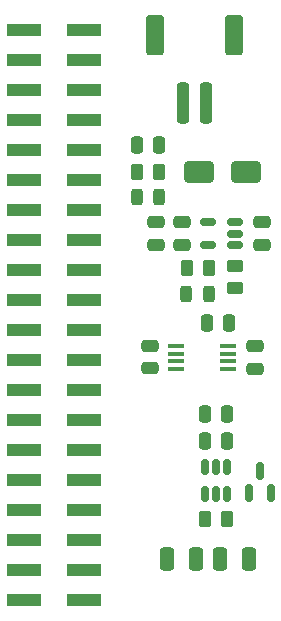
<source format=gtp>
G04 #@! TF.GenerationSoftware,KiCad,Pcbnew,8.0.0*
G04 #@! TF.CreationDate,2024-06-27T16:52:22+02:00*
G04 #@! TF.ProjectId,BatteryBridge,42617474-6572-4794-9272-696467652e6b,rev?*
G04 #@! TF.SameCoordinates,Original*
G04 #@! TF.FileFunction,Paste,Top*
G04 #@! TF.FilePolarity,Positive*
%FSLAX46Y46*%
G04 Gerber Fmt 4.6, Leading zero omitted, Abs format (unit mm)*
G04 Created by KiCad (PCBNEW 8.0.0) date 2024-06-27 16:52:22*
%MOMM*%
%LPD*%
G01*
G04 APERTURE LIST*
G04 Aperture macros list*
%AMRoundRect*
0 Rectangle with rounded corners*
0 $1 Rounding radius*
0 $2 $3 $4 $5 $6 $7 $8 $9 X,Y pos of 4 corners*
0 Add a 4 corners polygon primitive as box body*
4,1,4,$2,$3,$4,$5,$6,$7,$8,$9,$2,$3,0*
0 Add four circle primitives for the rounded corners*
1,1,$1+$1,$2,$3*
1,1,$1+$1,$4,$5*
1,1,$1+$1,$6,$7*
1,1,$1+$1,$8,$9*
0 Add four rect primitives between the rounded corners*
20,1,$1+$1,$2,$3,$4,$5,0*
20,1,$1+$1,$4,$5,$6,$7,0*
20,1,$1+$1,$6,$7,$8,$9,0*
20,1,$1+$1,$8,$9,$2,$3,0*%
G04 Aperture macros list end*
%ADD10R,3.000000X1.000000*%
%ADD11RoundRect,0.150000X0.150000X-0.587500X0.150000X0.587500X-0.150000X0.587500X-0.150000X-0.587500X0*%
%ADD12RoundRect,0.250000X-1.000000X-0.650000X1.000000X-0.650000X1.000000X0.650000X-1.000000X0.650000X0*%
%ADD13RoundRect,0.250000X-0.250000X-0.475000X0.250000X-0.475000X0.250000X0.475000X-0.250000X0.475000X0*%
%ADD14RoundRect,0.250000X0.475000X-0.250000X0.475000X0.250000X-0.475000X0.250000X-0.475000X-0.250000X0*%
%ADD15RoundRect,0.150000X-0.150000X0.512500X-0.150000X-0.512500X0.150000X-0.512500X0.150000X0.512500X0*%
%ADD16RoundRect,0.150000X0.512500X0.150000X-0.512500X0.150000X-0.512500X-0.150000X0.512500X-0.150000X0*%
%ADD17RoundRect,0.250000X-0.262500X-0.450000X0.262500X-0.450000X0.262500X0.450000X-0.262500X0.450000X0*%
%ADD18RoundRect,0.250000X0.450000X-0.262500X0.450000X0.262500X-0.450000X0.262500X-0.450000X-0.262500X0*%
%ADD19RoundRect,0.250000X0.262500X0.450000X-0.262500X0.450000X-0.262500X-0.450000X0.262500X-0.450000X0*%
%ADD20RoundRect,0.300000X-0.300000X0.700000X-0.300000X-0.700000X0.300000X-0.700000X0.300000X0.700000X0*%
%ADD21RoundRect,0.250001X0.499999X1.449999X-0.499999X1.449999X-0.499999X-1.449999X0.499999X-1.449999X0*%
%ADD22RoundRect,0.250000X0.250000X1.500000X-0.250000X1.500000X-0.250000X-1.500000X0.250000X-1.500000X0*%
%ADD23R,1.425000X0.450000*%
%ADD24RoundRect,0.243750X-0.243750X-0.456250X0.243750X-0.456250X0.243750X0.456250X-0.243750X0.456250X0*%
%ADD25RoundRect,0.243750X0.243750X0.456250X-0.243750X0.456250X-0.243750X-0.456250X0.243750X-0.456250X0*%
%ADD26RoundRect,0.250000X-0.475000X0.250000X-0.475000X-0.250000X0.475000X-0.250000X0.475000X0.250000X0*%
%ADD27RoundRect,0.250000X0.250000X0.475000X-0.250000X0.475000X-0.250000X-0.475000X0.250000X-0.475000X0*%
G04 APERTURE END LIST*
D10*
X69591000Y-39243000D03*
X64551000Y-39243000D03*
X69591000Y-41783000D03*
X64551000Y-41783000D03*
X69591000Y-44323000D03*
X64551000Y-44323000D03*
X69591000Y-46863000D03*
X64551000Y-46863000D03*
X69591000Y-49403000D03*
X64551000Y-49403000D03*
X69591000Y-51943000D03*
X64551000Y-51943000D03*
X69591000Y-54483000D03*
X64551000Y-54483000D03*
X69591000Y-57023000D03*
X64551000Y-57023000D03*
X69591000Y-59563000D03*
X64551000Y-59563000D03*
X69591000Y-62103000D03*
X64551000Y-62103000D03*
X69591000Y-64643000D03*
X64551000Y-64643000D03*
X69591000Y-67183000D03*
X64551000Y-67183000D03*
X69591000Y-69723000D03*
X64551000Y-69723000D03*
X69591000Y-72263000D03*
X64551000Y-72263000D03*
X69591000Y-74803000D03*
X64551000Y-74803000D03*
X69591000Y-77343000D03*
X64551000Y-77343000D03*
X69591000Y-79883000D03*
X64551000Y-79883000D03*
X69591000Y-82423000D03*
X64551000Y-82423000D03*
X69591000Y-84963000D03*
X64551000Y-84963000D03*
X69591000Y-87503000D03*
X64551000Y-87503000D03*
D11*
X83550000Y-78437500D03*
X85450000Y-78437500D03*
X84500000Y-76562500D03*
D12*
X79300000Y-51250000D03*
X83300000Y-51250000D03*
D13*
X79800000Y-71750000D03*
X81700000Y-71750000D03*
X81700000Y-74000000D03*
X79800000Y-74000000D03*
D14*
X84662500Y-57412500D03*
X84662500Y-55512500D03*
D15*
X81700000Y-78480500D03*
X80750000Y-78480500D03*
X79800000Y-78480500D03*
X79800000Y-76205500D03*
X80750000Y-76205500D03*
X81700000Y-76205500D03*
D16*
X80125000Y-57412500D03*
X80125000Y-55512500D03*
X82400000Y-55512500D03*
X82400000Y-56462500D03*
X82400000Y-57412500D03*
D17*
X75912500Y-51250000D03*
X74087500Y-51250000D03*
X80137500Y-59400000D03*
X78312500Y-59400000D03*
D18*
X82350000Y-59237500D03*
X82350000Y-61062500D03*
D19*
X81662500Y-80650000D03*
X79837500Y-80650000D03*
D20*
X83601000Y-84014000D03*
X81101000Y-84014000D03*
X79101000Y-84014000D03*
X76601000Y-84014000D03*
D21*
X75596000Y-39624000D03*
X82296000Y-39624000D03*
D22*
X77946000Y-45374000D03*
X79946000Y-45374000D03*
D23*
X77388000Y-65975000D03*
X77388000Y-66625000D03*
X77388000Y-67275000D03*
X77388000Y-67925000D03*
X81812000Y-67925000D03*
X81812000Y-67275000D03*
X81812000Y-66625000D03*
X81812000Y-65975000D03*
D24*
X74052500Y-53350000D03*
X75927500Y-53350000D03*
D25*
X80137500Y-61575000D03*
X78262500Y-61575000D03*
D26*
X84045000Y-66000000D03*
X84045000Y-67900000D03*
X75208000Y-67859000D03*
X75208000Y-65959000D03*
D27*
X81873000Y-63988000D03*
X79973000Y-63988000D03*
D14*
X75662500Y-55512500D03*
X75662500Y-57412500D03*
D13*
X74073500Y-48968000D03*
X75973500Y-48968000D03*
D14*
X77912500Y-55512500D03*
X77912500Y-57412500D03*
M02*

</source>
